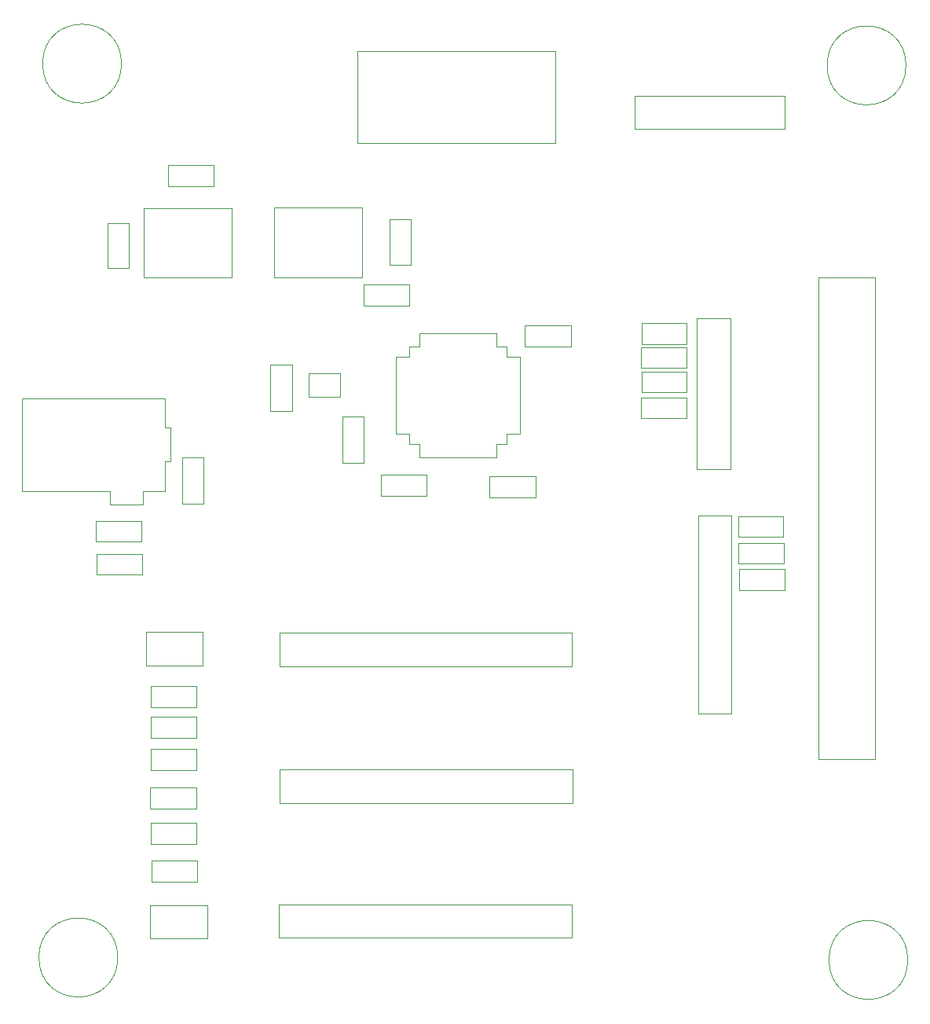
<source format=gbr>
%TF.GenerationSoftware,KiCad,Pcbnew,7.0.10*%
%TF.CreationDate,2024-03-07T18:06:15-07:00*%
%TF.ProjectId,Senior Design,53656e69-6f72-4204-9465-7369676e2e6b,rev?*%
%TF.SameCoordinates,Original*%
%TF.FileFunction,Other,User*%
%FSLAX46Y46*%
G04 Gerber Fmt 4.6, Leading zero omitted, Abs format (unit mm)*
G04 Created by KiCad (PCBNEW 7.0.10) date 2024-03-07 18:06:15*
%MOMM*%
%LPD*%
G01*
G04 APERTURE LIST*
%ADD10C,0.050000*%
G04 APERTURE END LIST*
D10*
%TO.C,C10*%
X156600000Y-86870000D02*
X156600000Y-81910000D01*
X158900000Y-86870000D02*
X156600000Y-86870000D01*
X156600000Y-81910000D02*
X158900000Y-81910000D01*
X158900000Y-81910000D02*
X158900000Y-86870000D01*
%TO.C,C7*%
X135857500Y-121850000D02*
X140817500Y-121850000D01*
X135857500Y-124150000D02*
X135857500Y-121850000D01*
X140817500Y-121850000D02*
X140817500Y-124150000D01*
X140817500Y-124150000D02*
X135857500Y-124150000D01*
%TO.C,R9*%
X193690000Y-79330000D02*
X188790000Y-79330000D01*
X193690000Y-77090000D02*
X193690000Y-79330000D01*
X188790000Y-79330000D02*
X188790000Y-77090000D01*
X188790000Y-77090000D02*
X193690000Y-77090000D01*
%TO.C,SENSOR1*%
X149780000Y-108810000D02*
X181330000Y-108810000D01*
X181330000Y-108810000D02*
X181330000Y-105210000D01*
X149780000Y-105210000D02*
X149780000Y-108810000D01*
X181330000Y-105210000D02*
X149780000Y-105210000D01*
%TO.C,C9*%
X165642500Y-90450000D02*
X160682500Y-90450000D01*
X165642500Y-88150000D02*
X165642500Y-90450000D01*
X160682500Y-90450000D02*
X160682500Y-88150000D01*
X160682500Y-88150000D02*
X165642500Y-88150000D01*
%TO.C,C6*%
X135882500Y-117750000D02*
X140842500Y-117750000D01*
X135882500Y-120050000D02*
X135882500Y-117750000D01*
X140842500Y-117750000D02*
X140842500Y-120050000D01*
X140842500Y-120050000D02*
X135882500Y-120050000D01*
%TO.C,Power1*%
X134912500Y-95420000D02*
X130012500Y-95420000D01*
X134912500Y-93180000D02*
X134912500Y-95420000D01*
X130012500Y-95420000D02*
X130012500Y-93180000D01*
X130012500Y-93180000D02*
X134912500Y-93180000D01*
%TO.C,C4*%
X176237500Y-72060000D02*
X181197500Y-72060000D01*
X176237500Y-74360000D02*
X176237500Y-72060000D01*
X181197500Y-72060000D02*
X181197500Y-74360000D01*
X181197500Y-74360000D02*
X176237500Y-74360000D01*
%TO.C,R5*%
X133520000Y-61050000D02*
X133520000Y-65950000D01*
X131280000Y-61050000D02*
X133520000Y-61050000D01*
X133520000Y-65950000D02*
X131280000Y-65950000D01*
X131280000Y-65950000D02*
X131280000Y-61050000D01*
%TO.C,GOAL_BOT1*%
X135830000Y-138140000D02*
X141980000Y-138140000D01*
X141980000Y-138140000D02*
X141980000Y-134540000D01*
X135830000Y-134540000D02*
X135830000Y-138140000D01*
X141980000Y-134540000D02*
X135830000Y-134540000D01*
%TO.C,BARREL_JACK1*%
X137470000Y-79940000D02*
X137470000Y-83140000D01*
X122070000Y-79940000D02*
X137470000Y-79940000D01*
X138070000Y-83140000D02*
X138070000Y-86740000D01*
X137470000Y-83140000D02*
X138070000Y-83140000D01*
X138070000Y-86740000D02*
X137470000Y-86740000D01*
X137470000Y-86740000D02*
X137470000Y-89940000D01*
X137470000Y-89940000D02*
X135070000Y-89940000D01*
X135070000Y-89940000D02*
X135070000Y-91440000D01*
X131470000Y-89940000D02*
X122070000Y-89940000D01*
X122070000Y-89940000D02*
X122070000Y-79940000D01*
X135070000Y-91440000D02*
X131470000Y-91440000D01*
X131470000Y-91440000D02*
X131470000Y-89940000D01*
%TO.C,USER_INTERFACE1*%
X198490000Y-113960000D02*
X198490000Y-92610000D01*
X198490000Y-92610000D02*
X194890000Y-92610000D01*
X194890000Y-113960000D02*
X198490000Y-113960000D01*
X194890000Y-92610000D02*
X194890000Y-113960000D01*
%TO.C,R6*%
X163920000Y-60650000D02*
X163920000Y-65550000D01*
X161680000Y-60650000D02*
X163920000Y-60650000D01*
X163920000Y-65550000D02*
X161680000Y-65550000D01*
X161680000Y-65550000D02*
X161680000Y-60650000D01*
%TO.C,R3*%
X140830000Y-127950000D02*
X135930000Y-127950000D01*
X140830000Y-125710000D02*
X140830000Y-127950000D01*
X135930000Y-127950000D02*
X135930000Y-125710000D01*
X135930000Y-125710000D02*
X140830000Y-125710000D01*
%TO.C,PWM_PORT1*%
X198380000Y-87610000D02*
X198380000Y-71310000D01*
X198380000Y-71310000D02*
X194780000Y-71310000D01*
X194780000Y-87610000D02*
X198380000Y-87610000D01*
X194780000Y-71310000D02*
X194780000Y-87610000D01*
%TO.C,H4*%
X217510000Y-140460000D02*
G75*
G03*
X209010000Y-140460000I-4250000J0D01*
G01*
X209010000Y-140460000D02*
G75*
G03*
X217510000Y-140460000I4250000J0D01*
G01*
%TO.C,C2*%
X148820000Y-81290000D02*
X148820000Y-76330000D01*
X151120000Y-81290000D02*
X148820000Y-81290000D01*
X148820000Y-76330000D02*
X151120000Y-76330000D01*
X151120000Y-76330000D02*
X151120000Y-81290000D01*
%TO.C,Jetson_Nano1*%
X207860000Y-66940000D02*
X207860000Y-118790000D01*
X207860000Y-118790000D02*
X214010000Y-118790000D01*
X214010000Y-66940000D02*
X207860000Y-66940000D01*
X214010000Y-118790000D02*
X214010000Y-66940000D01*
%TO.C,U1*%
X162300000Y-75450000D02*
X162300000Y-79600000D01*
X162300000Y-83750000D02*
X162300000Y-79600000D01*
X163750000Y-74350000D02*
X163750000Y-75450000D01*
X163750000Y-75450000D02*
X162300000Y-75450000D01*
X163750000Y-83750000D02*
X162300000Y-83750000D01*
X163750000Y-84850000D02*
X163750000Y-83750000D01*
X164850000Y-72900000D02*
X164850000Y-74350000D01*
X164850000Y-74350000D02*
X163750000Y-74350000D01*
X164850000Y-84850000D02*
X163750000Y-84850000D01*
X164850000Y-86300000D02*
X164850000Y-84850000D01*
X169000000Y-72900000D02*
X164850000Y-72900000D01*
X169000000Y-72900000D02*
X173150000Y-72900000D01*
X169000000Y-86300000D02*
X164850000Y-86300000D01*
X169000000Y-86300000D02*
X173150000Y-86300000D01*
X173150000Y-72900000D02*
X173150000Y-74350000D01*
X173150000Y-74350000D02*
X174250000Y-74350000D01*
X173150000Y-84850000D02*
X174250000Y-84850000D01*
X173150000Y-86300000D02*
X173150000Y-84850000D01*
X174250000Y-74350000D02*
X174250000Y-75450000D01*
X174250000Y-75450000D02*
X175700000Y-75450000D01*
X174250000Y-83750000D02*
X175700000Y-83750000D01*
X174250000Y-84850000D02*
X174250000Y-83750000D01*
X175700000Y-75450000D02*
X175700000Y-79600000D01*
X175700000Y-83750000D02*
X175700000Y-79600000D01*
%TO.C,C8*%
X141590000Y-86337500D02*
X141590000Y-91297500D01*
X139290000Y-86337500D02*
X141590000Y-86337500D01*
X141590000Y-91297500D02*
X139290000Y-91297500D01*
X139290000Y-91297500D02*
X139290000Y-86337500D01*
%TO.C,GOAL_USER1*%
X135380000Y-108750000D02*
X141530000Y-108750000D01*
X141530000Y-108750000D02*
X141530000Y-105150000D01*
X135380000Y-105150000D02*
X135380000Y-108750000D01*
X141530000Y-105150000D02*
X135380000Y-105150000D01*
%TO.C,C5*%
X177397500Y-90630000D02*
X172437500Y-90630000D01*
X177397500Y-88330000D02*
X177397500Y-90630000D01*
X172437500Y-90630000D02*
X172437500Y-88330000D01*
X172437500Y-88330000D02*
X177397500Y-88330000D01*
%TO.C,H3*%
X132350000Y-140200000D02*
G75*
G03*
X123850000Y-140200000I-4250000J0D01*
G01*
X123850000Y-140200000D02*
G75*
G03*
X132350000Y-140200000I4250000J0D01*
G01*
%TO.C,H1*%
X132750000Y-43900000D02*
G75*
G03*
X124250000Y-43900000I-4250000J0D01*
G01*
X124250000Y-43900000D02*
G75*
G03*
X132750000Y-43900000I4250000J0D01*
G01*
%TO.C,R1*%
X140800000Y-116510000D02*
X135900000Y-116510000D01*
X140800000Y-114270000D02*
X140800000Y-116510000D01*
X135900000Y-116510000D02*
X135900000Y-114270000D01*
X135900000Y-114270000D02*
X140800000Y-114270000D01*
%TO.C,C1*%
X137757500Y-54850000D02*
X142717500Y-54850000D01*
X137757500Y-57150000D02*
X137757500Y-54850000D01*
X142717500Y-54850000D02*
X142717500Y-57150000D01*
X142717500Y-57150000D02*
X137757500Y-57150000D01*
%TO.C,BOOT1*%
X149200000Y-59400000D02*
X149450000Y-59400000D01*
X149200000Y-59650000D02*
X149200000Y-59400000D01*
X149200000Y-66650000D02*
X149200000Y-59650000D01*
X149200000Y-66650000D02*
X149200000Y-66900000D01*
X149200000Y-66900000D02*
X149450000Y-66900000D01*
X149450000Y-59400000D02*
X158450000Y-59400000D01*
X158450000Y-59400000D02*
X158700000Y-59400000D01*
X158450000Y-66900000D02*
X149450000Y-66900000D01*
X158450000Y-66900000D02*
X158700000Y-66900000D01*
X158700000Y-59400000D02*
X158700000Y-59650000D01*
X158700000Y-59650000D02*
X158700000Y-66650000D01*
X158700000Y-66900000D02*
X158700000Y-66650000D01*
%TO.C,SENSOR2*%
X149820000Y-123560000D02*
X181370000Y-123560000D01*
X181370000Y-123560000D02*
X181370000Y-119960000D01*
X149820000Y-119960000D02*
X149820000Y-123560000D01*
X181370000Y-119960000D02*
X149820000Y-119960000D01*
%TO.C,R12*%
X199210000Y-92650000D02*
X204110000Y-92650000D01*
X199210000Y-94890000D02*
X199210000Y-92650000D01*
X204110000Y-92650000D02*
X204110000Y-94890000D01*
X204110000Y-94890000D02*
X199210000Y-94890000D01*
%TO.C,10pin_IDC_SWD1*%
X179550000Y-42540000D02*
X158190000Y-42540000D01*
X158190000Y-42540000D02*
X158190000Y-52440000D01*
X179550000Y-52440000D02*
X179550000Y-42540000D01*
X158190000Y-52440000D02*
X179550000Y-52440000D01*
%TO.C,C3*%
X158817500Y-67710000D02*
X163777500Y-67710000D01*
X158817500Y-70010000D02*
X158817500Y-67710000D01*
X163777500Y-67710000D02*
X163777500Y-70010000D01*
X163777500Y-70010000D02*
X158817500Y-70010000D01*
%TO.C,R11*%
X193690000Y-74120000D02*
X188790000Y-74120000D01*
X193690000Y-71880000D02*
X193690000Y-74120000D01*
X188790000Y-74120000D02*
X188790000Y-71880000D01*
X188790000Y-71880000D02*
X193690000Y-71880000D01*
%TO.C,Serial_Adapter1*%
X188030000Y-50950000D02*
X188030000Y-47400000D01*
X204280000Y-50950000D02*
X188030000Y-50950000D01*
X188030000Y-47400000D02*
X204280000Y-47400000D01*
X204280000Y-47400000D02*
X204280000Y-50950000D01*
%TO.C,H2*%
X217310000Y-44090000D02*
G75*
G03*
X208810000Y-44090000I-4250000J0D01*
G01*
X208810000Y-44090000D02*
G75*
G03*
X217310000Y-44090000I4250000J0D01*
G01*
%TO.C,CLOCK1*%
X156350000Y-79820000D02*
X152950000Y-79820000D01*
X156350000Y-77220000D02*
X156350000Y-79820000D01*
X152950000Y-79820000D02*
X152950000Y-77220000D01*
X152950000Y-77220000D02*
X156350000Y-77220000D01*
%TO.C,R14*%
X199330000Y-98350000D02*
X204230000Y-98350000D01*
X199330000Y-100590000D02*
X199330000Y-98350000D01*
X204230000Y-98350000D02*
X204230000Y-100590000D01*
X204230000Y-100590000D02*
X199330000Y-100590000D01*
%TO.C,R13*%
X199270000Y-95520000D02*
X204170000Y-95520000D01*
X199270000Y-97760000D02*
X199270000Y-95520000D01*
X204170000Y-95520000D02*
X204170000Y-97760000D01*
X204170000Y-97760000D02*
X199270000Y-97760000D01*
%TO.C,R10*%
X193670000Y-76700000D02*
X188770000Y-76700000D01*
X193670000Y-74460000D02*
X193670000Y-76700000D01*
X188770000Y-76700000D02*
X188770000Y-74460000D01*
X188770000Y-74460000D02*
X193670000Y-74460000D01*
%TO.C,RESET1*%
X135150000Y-59450000D02*
X135400000Y-59450000D01*
X135150000Y-59700000D02*
X135150000Y-59450000D01*
X135150000Y-66700000D02*
X135150000Y-59700000D01*
X135150000Y-66700000D02*
X135150000Y-66950000D01*
X135150000Y-66950000D02*
X135400000Y-66950000D01*
X135400000Y-59450000D02*
X144400000Y-59450000D01*
X144400000Y-59450000D02*
X144650000Y-59450000D01*
X144400000Y-66950000D02*
X135400000Y-66950000D01*
X144400000Y-66950000D02*
X144650000Y-66950000D01*
X144650000Y-59450000D02*
X144650000Y-59700000D01*
X144650000Y-59700000D02*
X144650000Y-66700000D01*
X144650000Y-66950000D02*
X144650000Y-66700000D01*
%TO.C,SENSOR3*%
X149740000Y-138090000D02*
X181290000Y-138090000D01*
X181290000Y-138090000D02*
X181290000Y-134490000D01*
X149740000Y-134490000D02*
X149740000Y-138090000D01*
X181290000Y-134490000D02*
X149740000Y-134490000D01*
%TO.C,R7*%
X134950000Y-98950000D02*
X130050000Y-98950000D01*
X134950000Y-96710000D02*
X134950000Y-98950000D01*
X130050000Y-98950000D02*
X130050000Y-96710000D01*
X130050000Y-96710000D02*
X134950000Y-96710000D01*
%TO.C,R8*%
X193660000Y-82090000D02*
X188760000Y-82090000D01*
X193660000Y-79850000D02*
X193660000Y-82090000D01*
X188760000Y-82090000D02*
X188760000Y-79850000D01*
X188760000Y-79850000D02*
X193660000Y-79850000D01*
%TO.C,R4*%
X140900000Y-132020000D02*
X136000000Y-132020000D01*
X140900000Y-129780000D02*
X140900000Y-132020000D01*
X136000000Y-132020000D02*
X136000000Y-129780000D01*
X136000000Y-129780000D02*
X140900000Y-129780000D01*
%TO.C,R2*%
X140800000Y-113220000D02*
X135900000Y-113220000D01*
X140800000Y-110980000D02*
X140800000Y-113220000D01*
X135900000Y-113220000D02*
X135900000Y-110980000D01*
X135900000Y-110980000D02*
X140800000Y-110980000D01*
%TD*%
M02*

</source>
